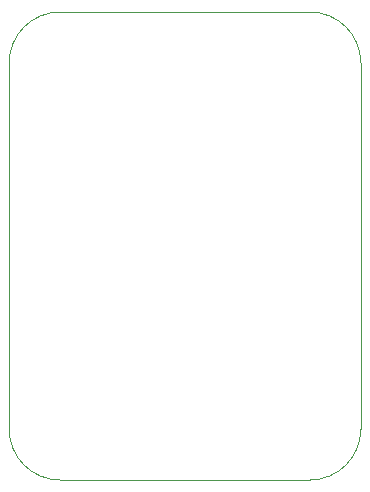
<source format=gbr>
G04 #@! TF.GenerationSoftware,KiCad,Pcbnew,(5.1.5)-3*
G04 #@! TF.CreationDate,2020-05-03T22:18:41-05:00*
G04 #@! TF.ProjectId,SoundAdapter28Pto22P,536f756e-6441-4646-9170-746572323850,rev?*
G04 #@! TF.SameCoordinates,Original*
G04 #@! TF.FileFunction,Profile,NP*
%FSLAX46Y46*%
G04 Gerber Fmt 4.6, Leading zero omitted, Abs format (unit mm)*
G04 Created by KiCad (PCBNEW (5.1.5)-3) date 2020-05-03 22:18:41*
%MOMM*%
%LPD*%
G04 APERTURE LIST*
%ADD10C,0.050000*%
G04 APERTURE END LIST*
D10*
X143510000Y-116332000D02*
G75*
G02X139192000Y-120650000I-4318000J0D01*
G01*
X143510000Y-85344000D02*
X143510000Y-116332000D01*
X113728500Y-85344000D02*
X113728500Y-116332000D01*
X118046500Y-120650000D02*
G75*
G02X113728500Y-116332000I0J4318000D01*
G01*
X118046500Y-120650000D02*
X139192000Y-120650000D01*
X118046500Y-81026000D02*
X139192000Y-81026000D01*
X139192000Y-81026000D02*
G75*
G02X143510000Y-85344000I0J-4318000D01*
G01*
X113728500Y-85344000D02*
G75*
G02X118046500Y-81026000I4318000J0D01*
G01*
M02*

</source>
